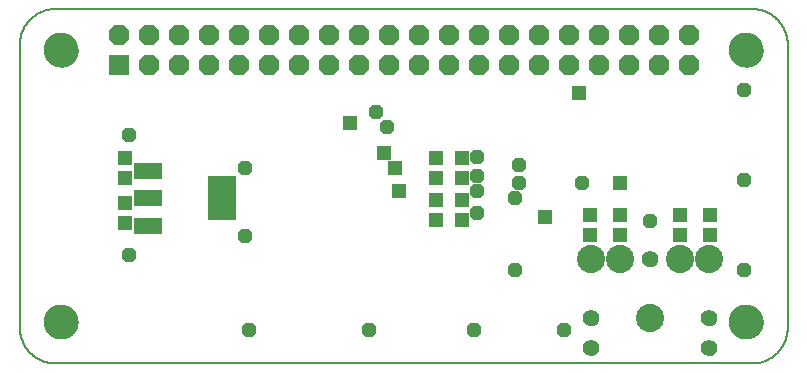
<source format=gbs>
G75*
%MOIN*%
%OFA0B0*%
%FSLAX25Y25*%
%IPPOS*%
%LPD*%
%AMOC8*
5,1,8,0,0,1.08239X$1,22.5*
%
%ADD10C,0.00500*%
%ADD11C,0.00000*%
%ADD12C,0.11627*%
%ADD13R,0.06800X0.06800*%
%ADD14OC8,0.06800*%
%ADD15R,0.09600X0.05600*%
%ADD16R,0.09461X0.14973*%
%ADD17C,0.09400*%
%ADD18C,0.05524*%
%ADD19R,0.04737X0.05131*%
%ADD20R,0.05131X0.04737*%
%ADD21OC8,0.04762*%
%ADD22R,0.04762X0.04762*%
D10*
X0016811Y0011991D02*
X0249094Y0011991D01*
X0249379Y0011994D01*
X0249665Y0012005D01*
X0249950Y0012022D01*
X0250234Y0012046D01*
X0250518Y0012077D01*
X0250801Y0012115D01*
X0251082Y0012160D01*
X0251363Y0012211D01*
X0251643Y0012269D01*
X0251921Y0012334D01*
X0252197Y0012406D01*
X0252471Y0012484D01*
X0252744Y0012569D01*
X0253014Y0012661D01*
X0253282Y0012759D01*
X0253548Y0012863D01*
X0253811Y0012974D01*
X0254071Y0013091D01*
X0254329Y0013214D01*
X0254583Y0013344D01*
X0254834Y0013480D01*
X0255082Y0013621D01*
X0255326Y0013769D01*
X0255567Y0013922D01*
X0255803Y0014082D01*
X0256036Y0014247D01*
X0256265Y0014417D01*
X0256490Y0014593D01*
X0256710Y0014775D01*
X0256926Y0014961D01*
X0257137Y0015153D01*
X0257344Y0015350D01*
X0257546Y0015552D01*
X0257743Y0015759D01*
X0257935Y0015970D01*
X0258121Y0016186D01*
X0258303Y0016406D01*
X0258479Y0016631D01*
X0258649Y0016860D01*
X0258814Y0017093D01*
X0258974Y0017329D01*
X0259127Y0017570D01*
X0259275Y0017814D01*
X0259416Y0018062D01*
X0259552Y0018313D01*
X0259682Y0018567D01*
X0259805Y0018825D01*
X0259922Y0019085D01*
X0260033Y0019348D01*
X0260137Y0019614D01*
X0260235Y0019882D01*
X0260327Y0020152D01*
X0260412Y0020425D01*
X0260490Y0020699D01*
X0260562Y0020975D01*
X0260627Y0021253D01*
X0260685Y0021533D01*
X0260736Y0021814D01*
X0260781Y0022095D01*
X0260819Y0022378D01*
X0260850Y0022662D01*
X0260874Y0022946D01*
X0260891Y0023231D01*
X0260902Y0023517D01*
X0260905Y0023802D01*
X0260906Y0023802D02*
X0260906Y0118290D01*
X0260905Y0118290D02*
X0260902Y0118575D01*
X0260891Y0118861D01*
X0260874Y0119146D01*
X0260850Y0119430D01*
X0260819Y0119714D01*
X0260781Y0119997D01*
X0260736Y0120278D01*
X0260685Y0120559D01*
X0260627Y0120839D01*
X0260562Y0121117D01*
X0260490Y0121393D01*
X0260412Y0121667D01*
X0260327Y0121940D01*
X0260235Y0122210D01*
X0260137Y0122478D01*
X0260033Y0122744D01*
X0259922Y0123007D01*
X0259805Y0123267D01*
X0259682Y0123525D01*
X0259552Y0123779D01*
X0259416Y0124030D01*
X0259275Y0124278D01*
X0259127Y0124522D01*
X0258974Y0124763D01*
X0258814Y0124999D01*
X0258649Y0125232D01*
X0258479Y0125461D01*
X0258303Y0125686D01*
X0258121Y0125906D01*
X0257935Y0126122D01*
X0257743Y0126333D01*
X0257546Y0126540D01*
X0257344Y0126742D01*
X0257137Y0126939D01*
X0256926Y0127131D01*
X0256710Y0127317D01*
X0256490Y0127499D01*
X0256265Y0127675D01*
X0256036Y0127845D01*
X0255803Y0128010D01*
X0255567Y0128170D01*
X0255326Y0128323D01*
X0255082Y0128471D01*
X0254834Y0128612D01*
X0254583Y0128748D01*
X0254329Y0128878D01*
X0254071Y0129001D01*
X0253811Y0129118D01*
X0253548Y0129229D01*
X0253282Y0129333D01*
X0253014Y0129431D01*
X0252744Y0129523D01*
X0252471Y0129608D01*
X0252197Y0129686D01*
X0251921Y0129758D01*
X0251643Y0129823D01*
X0251363Y0129881D01*
X0251082Y0129932D01*
X0250801Y0129977D01*
X0250518Y0130015D01*
X0250234Y0130046D01*
X0249950Y0130070D01*
X0249665Y0130087D01*
X0249379Y0130098D01*
X0249094Y0130101D01*
X0016811Y0130101D01*
X0016526Y0130098D01*
X0016240Y0130087D01*
X0015955Y0130070D01*
X0015671Y0130046D01*
X0015387Y0130015D01*
X0015104Y0129977D01*
X0014823Y0129932D01*
X0014542Y0129881D01*
X0014262Y0129823D01*
X0013984Y0129758D01*
X0013708Y0129686D01*
X0013434Y0129608D01*
X0013161Y0129523D01*
X0012891Y0129431D01*
X0012623Y0129333D01*
X0012357Y0129229D01*
X0012094Y0129118D01*
X0011834Y0129001D01*
X0011576Y0128878D01*
X0011322Y0128748D01*
X0011071Y0128612D01*
X0010823Y0128471D01*
X0010579Y0128323D01*
X0010338Y0128170D01*
X0010102Y0128010D01*
X0009869Y0127845D01*
X0009640Y0127675D01*
X0009415Y0127499D01*
X0009195Y0127317D01*
X0008979Y0127131D01*
X0008768Y0126939D01*
X0008561Y0126742D01*
X0008359Y0126540D01*
X0008162Y0126333D01*
X0007970Y0126122D01*
X0007784Y0125906D01*
X0007602Y0125686D01*
X0007426Y0125461D01*
X0007256Y0125232D01*
X0007091Y0124999D01*
X0006931Y0124763D01*
X0006778Y0124522D01*
X0006630Y0124278D01*
X0006489Y0124030D01*
X0006353Y0123779D01*
X0006223Y0123525D01*
X0006100Y0123267D01*
X0005983Y0123007D01*
X0005872Y0122744D01*
X0005768Y0122478D01*
X0005670Y0122210D01*
X0005578Y0121940D01*
X0005493Y0121667D01*
X0005415Y0121393D01*
X0005343Y0121117D01*
X0005278Y0120839D01*
X0005220Y0120559D01*
X0005169Y0120278D01*
X0005124Y0119997D01*
X0005086Y0119714D01*
X0005055Y0119430D01*
X0005031Y0119146D01*
X0005014Y0118861D01*
X0005003Y0118575D01*
X0005000Y0118290D01*
X0005000Y0023802D01*
X0005003Y0023517D01*
X0005014Y0023231D01*
X0005031Y0022946D01*
X0005055Y0022662D01*
X0005086Y0022378D01*
X0005124Y0022095D01*
X0005169Y0021814D01*
X0005220Y0021533D01*
X0005278Y0021253D01*
X0005343Y0020975D01*
X0005415Y0020699D01*
X0005493Y0020425D01*
X0005578Y0020152D01*
X0005670Y0019882D01*
X0005768Y0019614D01*
X0005872Y0019348D01*
X0005983Y0019085D01*
X0006100Y0018825D01*
X0006223Y0018567D01*
X0006353Y0018313D01*
X0006489Y0018062D01*
X0006630Y0017814D01*
X0006778Y0017570D01*
X0006931Y0017329D01*
X0007091Y0017093D01*
X0007256Y0016860D01*
X0007426Y0016631D01*
X0007602Y0016406D01*
X0007784Y0016186D01*
X0007970Y0015970D01*
X0008162Y0015759D01*
X0008359Y0015552D01*
X0008561Y0015350D01*
X0008768Y0015153D01*
X0008979Y0014961D01*
X0009195Y0014775D01*
X0009415Y0014593D01*
X0009640Y0014417D01*
X0009869Y0014247D01*
X0010102Y0014082D01*
X0010338Y0013922D01*
X0010579Y0013769D01*
X0010823Y0013621D01*
X0011071Y0013480D01*
X0011322Y0013344D01*
X0011576Y0013214D01*
X0011834Y0013091D01*
X0012094Y0012974D01*
X0012357Y0012863D01*
X0012623Y0012759D01*
X0012891Y0012661D01*
X0013161Y0012569D01*
X0013434Y0012484D01*
X0013708Y0012406D01*
X0013984Y0012334D01*
X0014262Y0012269D01*
X0014542Y0012211D01*
X0014823Y0012160D01*
X0015104Y0012115D01*
X0015387Y0012077D01*
X0015671Y0012046D01*
X0015955Y0012022D01*
X0016240Y0012005D01*
X0016526Y0011994D01*
X0016811Y0011991D01*
D11*
X0013367Y0025770D02*
X0013369Y0025917D01*
X0013375Y0026063D01*
X0013385Y0026209D01*
X0013399Y0026355D01*
X0013417Y0026501D01*
X0013438Y0026646D01*
X0013464Y0026790D01*
X0013494Y0026934D01*
X0013527Y0027076D01*
X0013564Y0027218D01*
X0013605Y0027359D01*
X0013650Y0027498D01*
X0013699Y0027637D01*
X0013751Y0027774D01*
X0013808Y0027909D01*
X0013867Y0028043D01*
X0013931Y0028175D01*
X0013998Y0028305D01*
X0014068Y0028434D01*
X0014142Y0028561D01*
X0014219Y0028685D01*
X0014300Y0028808D01*
X0014384Y0028928D01*
X0014471Y0029046D01*
X0014561Y0029161D01*
X0014654Y0029274D01*
X0014751Y0029385D01*
X0014850Y0029493D01*
X0014952Y0029598D01*
X0015057Y0029700D01*
X0015165Y0029799D01*
X0015276Y0029896D01*
X0015389Y0029989D01*
X0015504Y0030079D01*
X0015622Y0030166D01*
X0015742Y0030250D01*
X0015865Y0030331D01*
X0015989Y0030408D01*
X0016116Y0030482D01*
X0016245Y0030552D01*
X0016375Y0030619D01*
X0016507Y0030683D01*
X0016641Y0030742D01*
X0016776Y0030799D01*
X0016913Y0030851D01*
X0017052Y0030900D01*
X0017191Y0030945D01*
X0017332Y0030986D01*
X0017474Y0031023D01*
X0017616Y0031056D01*
X0017760Y0031086D01*
X0017904Y0031112D01*
X0018049Y0031133D01*
X0018195Y0031151D01*
X0018341Y0031165D01*
X0018487Y0031175D01*
X0018633Y0031181D01*
X0018780Y0031183D01*
X0018927Y0031181D01*
X0019073Y0031175D01*
X0019219Y0031165D01*
X0019365Y0031151D01*
X0019511Y0031133D01*
X0019656Y0031112D01*
X0019800Y0031086D01*
X0019944Y0031056D01*
X0020086Y0031023D01*
X0020228Y0030986D01*
X0020369Y0030945D01*
X0020508Y0030900D01*
X0020647Y0030851D01*
X0020784Y0030799D01*
X0020919Y0030742D01*
X0021053Y0030683D01*
X0021185Y0030619D01*
X0021315Y0030552D01*
X0021444Y0030482D01*
X0021571Y0030408D01*
X0021695Y0030331D01*
X0021818Y0030250D01*
X0021938Y0030166D01*
X0022056Y0030079D01*
X0022171Y0029989D01*
X0022284Y0029896D01*
X0022395Y0029799D01*
X0022503Y0029700D01*
X0022608Y0029598D01*
X0022710Y0029493D01*
X0022809Y0029385D01*
X0022906Y0029274D01*
X0022999Y0029161D01*
X0023089Y0029046D01*
X0023176Y0028928D01*
X0023260Y0028808D01*
X0023341Y0028685D01*
X0023418Y0028561D01*
X0023492Y0028434D01*
X0023562Y0028305D01*
X0023629Y0028175D01*
X0023693Y0028043D01*
X0023752Y0027909D01*
X0023809Y0027774D01*
X0023861Y0027637D01*
X0023910Y0027498D01*
X0023955Y0027359D01*
X0023996Y0027218D01*
X0024033Y0027076D01*
X0024066Y0026934D01*
X0024096Y0026790D01*
X0024122Y0026646D01*
X0024143Y0026501D01*
X0024161Y0026355D01*
X0024175Y0026209D01*
X0024185Y0026063D01*
X0024191Y0025917D01*
X0024193Y0025770D01*
X0024191Y0025623D01*
X0024185Y0025477D01*
X0024175Y0025331D01*
X0024161Y0025185D01*
X0024143Y0025039D01*
X0024122Y0024894D01*
X0024096Y0024750D01*
X0024066Y0024606D01*
X0024033Y0024464D01*
X0023996Y0024322D01*
X0023955Y0024181D01*
X0023910Y0024042D01*
X0023861Y0023903D01*
X0023809Y0023766D01*
X0023752Y0023631D01*
X0023693Y0023497D01*
X0023629Y0023365D01*
X0023562Y0023235D01*
X0023492Y0023106D01*
X0023418Y0022979D01*
X0023341Y0022855D01*
X0023260Y0022732D01*
X0023176Y0022612D01*
X0023089Y0022494D01*
X0022999Y0022379D01*
X0022906Y0022266D01*
X0022809Y0022155D01*
X0022710Y0022047D01*
X0022608Y0021942D01*
X0022503Y0021840D01*
X0022395Y0021741D01*
X0022284Y0021644D01*
X0022171Y0021551D01*
X0022056Y0021461D01*
X0021938Y0021374D01*
X0021818Y0021290D01*
X0021695Y0021209D01*
X0021571Y0021132D01*
X0021444Y0021058D01*
X0021315Y0020988D01*
X0021185Y0020921D01*
X0021053Y0020857D01*
X0020919Y0020798D01*
X0020784Y0020741D01*
X0020647Y0020689D01*
X0020508Y0020640D01*
X0020369Y0020595D01*
X0020228Y0020554D01*
X0020086Y0020517D01*
X0019944Y0020484D01*
X0019800Y0020454D01*
X0019656Y0020428D01*
X0019511Y0020407D01*
X0019365Y0020389D01*
X0019219Y0020375D01*
X0019073Y0020365D01*
X0018927Y0020359D01*
X0018780Y0020357D01*
X0018633Y0020359D01*
X0018487Y0020365D01*
X0018341Y0020375D01*
X0018195Y0020389D01*
X0018049Y0020407D01*
X0017904Y0020428D01*
X0017760Y0020454D01*
X0017616Y0020484D01*
X0017474Y0020517D01*
X0017332Y0020554D01*
X0017191Y0020595D01*
X0017052Y0020640D01*
X0016913Y0020689D01*
X0016776Y0020741D01*
X0016641Y0020798D01*
X0016507Y0020857D01*
X0016375Y0020921D01*
X0016245Y0020988D01*
X0016116Y0021058D01*
X0015989Y0021132D01*
X0015865Y0021209D01*
X0015742Y0021290D01*
X0015622Y0021374D01*
X0015504Y0021461D01*
X0015389Y0021551D01*
X0015276Y0021644D01*
X0015165Y0021741D01*
X0015057Y0021840D01*
X0014952Y0021942D01*
X0014850Y0022047D01*
X0014751Y0022155D01*
X0014654Y0022266D01*
X0014561Y0022379D01*
X0014471Y0022494D01*
X0014384Y0022612D01*
X0014300Y0022732D01*
X0014219Y0022855D01*
X0014142Y0022979D01*
X0014068Y0023106D01*
X0013998Y0023235D01*
X0013931Y0023365D01*
X0013867Y0023497D01*
X0013808Y0023631D01*
X0013751Y0023766D01*
X0013699Y0023903D01*
X0013650Y0024042D01*
X0013605Y0024181D01*
X0013564Y0024322D01*
X0013527Y0024464D01*
X0013494Y0024606D01*
X0013464Y0024750D01*
X0013438Y0024894D01*
X0013417Y0025039D01*
X0013399Y0025185D01*
X0013385Y0025331D01*
X0013375Y0025477D01*
X0013369Y0025623D01*
X0013367Y0025770D01*
X0013367Y0116321D02*
X0013369Y0116468D01*
X0013375Y0116614D01*
X0013385Y0116760D01*
X0013399Y0116906D01*
X0013417Y0117052D01*
X0013438Y0117197D01*
X0013464Y0117341D01*
X0013494Y0117485D01*
X0013527Y0117627D01*
X0013564Y0117769D01*
X0013605Y0117910D01*
X0013650Y0118049D01*
X0013699Y0118188D01*
X0013751Y0118325D01*
X0013808Y0118460D01*
X0013867Y0118594D01*
X0013931Y0118726D01*
X0013998Y0118856D01*
X0014068Y0118985D01*
X0014142Y0119112D01*
X0014219Y0119236D01*
X0014300Y0119359D01*
X0014384Y0119479D01*
X0014471Y0119597D01*
X0014561Y0119712D01*
X0014654Y0119825D01*
X0014751Y0119936D01*
X0014850Y0120044D01*
X0014952Y0120149D01*
X0015057Y0120251D01*
X0015165Y0120350D01*
X0015276Y0120447D01*
X0015389Y0120540D01*
X0015504Y0120630D01*
X0015622Y0120717D01*
X0015742Y0120801D01*
X0015865Y0120882D01*
X0015989Y0120959D01*
X0016116Y0121033D01*
X0016245Y0121103D01*
X0016375Y0121170D01*
X0016507Y0121234D01*
X0016641Y0121293D01*
X0016776Y0121350D01*
X0016913Y0121402D01*
X0017052Y0121451D01*
X0017191Y0121496D01*
X0017332Y0121537D01*
X0017474Y0121574D01*
X0017616Y0121607D01*
X0017760Y0121637D01*
X0017904Y0121663D01*
X0018049Y0121684D01*
X0018195Y0121702D01*
X0018341Y0121716D01*
X0018487Y0121726D01*
X0018633Y0121732D01*
X0018780Y0121734D01*
X0018927Y0121732D01*
X0019073Y0121726D01*
X0019219Y0121716D01*
X0019365Y0121702D01*
X0019511Y0121684D01*
X0019656Y0121663D01*
X0019800Y0121637D01*
X0019944Y0121607D01*
X0020086Y0121574D01*
X0020228Y0121537D01*
X0020369Y0121496D01*
X0020508Y0121451D01*
X0020647Y0121402D01*
X0020784Y0121350D01*
X0020919Y0121293D01*
X0021053Y0121234D01*
X0021185Y0121170D01*
X0021315Y0121103D01*
X0021444Y0121033D01*
X0021571Y0120959D01*
X0021695Y0120882D01*
X0021818Y0120801D01*
X0021938Y0120717D01*
X0022056Y0120630D01*
X0022171Y0120540D01*
X0022284Y0120447D01*
X0022395Y0120350D01*
X0022503Y0120251D01*
X0022608Y0120149D01*
X0022710Y0120044D01*
X0022809Y0119936D01*
X0022906Y0119825D01*
X0022999Y0119712D01*
X0023089Y0119597D01*
X0023176Y0119479D01*
X0023260Y0119359D01*
X0023341Y0119236D01*
X0023418Y0119112D01*
X0023492Y0118985D01*
X0023562Y0118856D01*
X0023629Y0118726D01*
X0023693Y0118594D01*
X0023752Y0118460D01*
X0023809Y0118325D01*
X0023861Y0118188D01*
X0023910Y0118049D01*
X0023955Y0117910D01*
X0023996Y0117769D01*
X0024033Y0117627D01*
X0024066Y0117485D01*
X0024096Y0117341D01*
X0024122Y0117197D01*
X0024143Y0117052D01*
X0024161Y0116906D01*
X0024175Y0116760D01*
X0024185Y0116614D01*
X0024191Y0116468D01*
X0024193Y0116321D01*
X0024191Y0116174D01*
X0024185Y0116028D01*
X0024175Y0115882D01*
X0024161Y0115736D01*
X0024143Y0115590D01*
X0024122Y0115445D01*
X0024096Y0115301D01*
X0024066Y0115157D01*
X0024033Y0115015D01*
X0023996Y0114873D01*
X0023955Y0114732D01*
X0023910Y0114593D01*
X0023861Y0114454D01*
X0023809Y0114317D01*
X0023752Y0114182D01*
X0023693Y0114048D01*
X0023629Y0113916D01*
X0023562Y0113786D01*
X0023492Y0113657D01*
X0023418Y0113530D01*
X0023341Y0113406D01*
X0023260Y0113283D01*
X0023176Y0113163D01*
X0023089Y0113045D01*
X0022999Y0112930D01*
X0022906Y0112817D01*
X0022809Y0112706D01*
X0022710Y0112598D01*
X0022608Y0112493D01*
X0022503Y0112391D01*
X0022395Y0112292D01*
X0022284Y0112195D01*
X0022171Y0112102D01*
X0022056Y0112012D01*
X0021938Y0111925D01*
X0021818Y0111841D01*
X0021695Y0111760D01*
X0021571Y0111683D01*
X0021444Y0111609D01*
X0021315Y0111539D01*
X0021185Y0111472D01*
X0021053Y0111408D01*
X0020919Y0111349D01*
X0020784Y0111292D01*
X0020647Y0111240D01*
X0020508Y0111191D01*
X0020369Y0111146D01*
X0020228Y0111105D01*
X0020086Y0111068D01*
X0019944Y0111035D01*
X0019800Y0111005D01*
X0019656Y0110979D01*
X0019511Y0110958D01*
X0019365Y0110940D01*
X0019219Y0110926D01*
X0019073Y0110916D01*
X0018927Y0110910D01*
X0018780Y0110908D01*
X0018633Y0110910D01*
X0018487Y0110916D01*
X0018341Y0110926D01*
X0018195Y0110940D01*
X0018049Y0110958D01*
X0017904Y0110979D01*
X0017760Y0111005D01*
X0017616Y0111035D01*
X0017474Y0111068D01*
X0017332Y0111105D01*
X0017191Y0111146D01*
X0017052Y0111191D01*
X0016913Y0111240D01*
X0016776Y0111292D01*
X0016641Y0111349D01*
X0016507Y0111408D01*
X0016375Y0111472D01*
X0016245Y0111539D01*
X0016116Y0111609D01*
X0015989Y0111683D01*
X0015865Y0111760D01*
X0015742Y0111841D01*
X0015622Y0111925D01*
X0015504Y0112012D01*
X0015389Y0112102D01*
X0015276Y0112195D01*
X0015165Y0112292D01*
X0015057Y0112391D01*
X0014952Y0112493D01*
X0014850Y0112598D01*
X0014751Y0112706D01*
X0014654Y0112817D01*
X0014561Y0112930D01*
X0014471Y0113045D01*
X0014384Y0113163D01*
X0014300Y0113283D01*
X0014219Y0113406D01*
X0014142Y0113530D01*
X0014068Y0113657D01*
X0013998Y0113786D01*
X0013931Y0113916D01*
X0013867Y0114048D01*
X0013808Y0114182D01*
X0013751Y0114317D01*
X0013699Y0114454D01*
X0013650Y0114593D01*
X0013605Y0114732D01*
X0013564Y0114873D01*
X0013527Y0115015D01*
X0013494Y0115157D01*
X0013464Y0115301D01*
X0013438Y0115445D01*
X0013417Y0115590D01*
X0013399Y0115736D01*
X0013385Y0115882D01*
X0013375Y0116028D01*
X0013369Y0116174D01*
X0013367Y0116321D01*
X0192953Y0026991D02*
X0192955Y0027088D01*
X0192961Y0027185D01*
X0192971Y0027281D01*
X0192985Y0027377D01*
X0193003Y0027473D01*
X0193024Y0027567D01*
X0193050Y0027661D01*
X0193079Y0027753D01*
X0193113Y0027844D01*
X0193149Y0027934D01*
X0193190Y0028022D01*
X0193234Y0028108D01*
X0193282Y0028193D01*
X0193333Y0028275D01*
X0193387Y0028356D01*
X0193445Y0028434D01*
X0193506Y0028509D01*
X0193569Y0028582D01*
X0193636Y0028653D01*
X0193706Y0028720D01*
X0193778Y0028785D01*
X0193853Y0028846D01*
X0193931Y0028905D01*
X0194010Y0028960D01*
X0194092Y0029012D01*
X0194176Y0029060D01*
X0194262Y0029105D01*
X0194350Y0029147D01*
X0194439Y0029185D01*
X0194530Y0029219D01*
X0194622Y0029249D01*
X0194715Y0029276D01*
X0194810Y0029298D01*
X0194905Y0029317D01*
X0195001Y0029332D01*
X0195097Y0029343D01*
X0195194Y0029350D01*
X0195291Y0029353D01*
X0195388Y0029352D01*
X0195485Y0029347D01*
X0195581Y0029338D01*
X0195677Y0029325D01*
X0195773Y0029308D01*
X0195868Y0029287D01*
X0195961Y0029263D01*
X0196054Y0029234D01*
X0196146Y0029202D01*
X0196236Y0029166D01*
X0196324Y0029127D01*
X0196411Y0029083D01*
X0196496Y0029037D01*
X0196579Y0028986D01*
X0196660Y0028933D01*
X0196738Y0028876D01*
X0196815Y0028816D01*
X0196888Y0028753D01*
X0196959Y0028687D01*
X0197027Y0028618D01*
X0197093Y0028546D01*
X0197155Y0028472D01*
X0197214Y0028395D01*
X0197270Y0028316D01*
X0197323Y0028234D01*
X0197373Y0028151D01*
X0197418Y0028065D01*
X0197461Y0027978D01*
X0197500Y0027889D01*
X0197535Y0027799D01*
X0197566Y0027707D01*
X0197593Y0027614D01*
X0197617Y0027520D01*
X0197637Y0027425D01*
X0197653Y0027329D01*
X0197665Y0027233D01*
X0197673Y0027136D01*
X0197677Y0027039D01*
X0197677Y0026943D01*
X0197673Y0026846D01*
X0197665Y0026749D01*
X0197653Y0026653D01*
X0197637Y0026557D01*
X0197617Y0026462D01*
X0197593Y0026368D01*
X0197566Y0026275D01*
X0197535Y0026183D01*
X0197500Y0026093D01*
X0197461Y0026004D01*
X0197418Y0025917D01*
X0197373Y0025831D01*
X0197323Y0025748D01*
X0197270Y0025666D01*
X0197214Y0025587D01*
X0197155Y0025510D01*
X0197093Y0025436D01*
X0197027Y0025364D01*
X0196959Y0025295D01*
X0196888Y0025229D01*
X0196815Y0025166D01*
X0196738Y0025106D01*
X0196660Y0025049D01*
X0196579Y0024996D01*
X0196496Y0024945D01*
X0196411Y0024899D01*
X0196324Y0024855D01*
X0196236Y0024816D01*
X0196146Y0024780D01*
X0196054Y0024748D01*
X0195961Y0024719D01*
X0195868Y0024695D01*
X0195773Y0024674D01*
X0195677Y0024657D01*
X0195581Y0024644D01*
X0195485Y0024635D01*
X0195388Y0024630D01*
X0195291Y0024629D01*
X0195194Y0024632D01*
X0195097Y0024639D01*
X0195001Y0024650D01*
X0194905Y0024665D01*
X0194810Y0024684D01*
X0194715Y0024706D01*
X0194622Y0024733D01*
X0194530Y0024763D01*
X0194439Y0024797D01*
X0194350Y0024835D01*
X0194262Y0024877D01*
X0194176Y0024922D01*
X0194092Y0024970D01*
X0194010Y0025022D01*
X0193931Y0025077D01*
X0193853Y0025136D01*
X0193778Y0025197D01*
X0193706Y0025262D01*
X0193636Y0025329D01*
X0193569Y0025400D01*
X0193506Y0025473D01*
X0193445Y0025548D01*
X0193387Y0025626D01*
X0193333Y0025707D01*
X0193282Y0025789D01*
X0193234Y0025874D01*
X0193190Y0025960D01*
X0193149Y0026048D01*
X0193113Y0026138D01*
X0193079Y0026229D01*
X0193050Y0026321D01*
X0193024Y0026415D01*
X0193003Y0026509D01*
X0192985Y0026605D01*
X0192971Y0026701D01*
X0192961Y0026797D01*
X0192955Y0026894D01*
X0192953Y0026991D01*
X0192953Y0017148D02*
X0192955Y0017245D01*
X0192961Y0017342D01*
X0192971Y0017438D01*
X0192985Y0017534D01*
X0193003Y0017630D01*
X0193024Y0017724D01*
X0193050Y0017818D01*
X0193079Y0017910D01*
X0193113Y0018001D01*
X0193149Y0018091D01*
X0193190Y0018179D01*
X0193234Y0018265D01*
X0193282Y0018350D01*
X0193333Y0018432D01*
X0193387Y0018513D01*
X0193445Y0018591D01*
X0193506Y0018666D01*
X0193569Y0018739D01*
X0193636Y0018810D01*
X0193706Y0018877D01*
X0193778Y0018942D01*
X0193853Y0019003D01*
X0193931Y0019062D01*
X0194010Y0019117D01*
X0194092Y0019169D01*
X0194176Y0019217D01*
X0194262Y0019262D01*
X0194350Y0019304D01*
X0194439Y0019342D01*
X0194530Y0019376D01*
X0194622Y0019406D01*
X0194715Y0019433D01*
X0194810Y0019455D01*
X0194905Y0019474D01*
X0195001Y0019489D01*
X0195097Y0019500D01*
X0195194Y0019507D01*
X0195291Y0019510D01*
X0195388Y0019509D01*
X0195485Y0019504D01*
X0195581Y0019495D01*
X0195677Y0019482D01*
X0195773Y0019465D01*
X0195868Y0019444D01*
X0195961Y0019420D01*
X0196054Y0019391D01*
X0196146Y0019359D01*
X0196236Y0019323D01*
X0196324Y0019284D01*
X0196411Y0019240D01*
X0196496Y0019194D01*
X0196579Y0019143D01*
X0196660Y0019090D01*
X0196738Y0019033D01*
X0196815Y0018973D01*
X0196888Y0018910D01*
X0196959Y0018844D01*
X0197027Y0018775D01*
X0197093Y0018703D01*
X0197155Y0018629D01*
X0197214Y0018552D01*
X0197270Y0018473D01*
X0197323Y0018391D01*
X0197373Y0018308D01*
X0197418Y0018222D01*
X0197461Y0018135D01*
X0197500Y0018046D01*
X0197535Y0017956D01*
X0197566Y0017864D01*
X0197593Y0017771D01*
X0197617Y0017677D01*
X0197637Y0017582D01*
X0197653Y0017486D01*
X0197665Y0017390D01*
X0197673Y0017293D01*
X0197677Y0017196D01*
X0197677Y0017100D01*
X0197673Y0017003D01*
X0197665Y0016906D01*
X0197653Y0016810D01*
X0197637Y0016714D01*
X0197617Y0016619D01*
X0197593Y0016525D01*
X0197566Y0016432D01*
X0197535Y0016340D01*
X0197500Y0016250D01*
X0197461Y0016161D01*
X0197418Y0016074D01*
X0197373Y0015988D01*
X0197323Y0015905D01*
X0197270Y0015823D01*
X0197214Y0015744D01*
X0197155Y0015667D01*
X0197093Y0015593D01*
X0197027Y0015521D01*
X0196959Y0015452D01*
X0196888Y0015386D01*
X0196815Y0015323D01*
X0196738Y0015263D01*
X0196660Y0015206D01*
X0196579Y0015153D01*
X0196496Y0015102D01*
X0196411Y0015056D01*
X0196324Y0015012D01*
X0196236Y0014973D01*
X0196146Y0014937D01*
X0196054Y0014905D01*
X0195961Y0014876D01*
X0195868Y0014852D01*
X0195773Y0014831D01*
X0195677Y0014814D01*
X0195581Y0014801D01*
X0195485Y0014792D01*
X0195388Y0014787D01*
X0195291Y0014786D01*
X0195194Y0014789D01*
X0195097Y0014796D01*
X0195001Y0014807D01*
X0194905Y0014822D01*
X0194810Y0014841D01*
X0194715Y0014863D01*
X0194622Y0014890D01*
X0194530Y0014920D01*
X0194439Y0014954D01*
X0194350Y0014992D01*
X0194262Y0015034D01*
X0194176Y0015079D01*
X0194092Y0015127D01*
X0194010Y0015179D01*
X0193931Y0015234D01*
X0193853Y0015293D01*
X0193778Y0015354D01*
X0193706Y0015419D01*
X0193636Y0015486D01*
X0193569Y0015557D01*
X0193506Y0015630D01*
X0193445Y0015705D01*
X0193387Y0015783D01*
X0193333Y0015864D01*
X0193282Y0015946D01*
X0193234Y0016031D01*
X0193190Y0016117D01*
X0193149Y0016205D01*
X0193113Y0016295D01*
X0193079Y0016386D01*
X0193050Y0016478D01*
X0193024Y0016572D01*
X0193003Y0016666D01*
X0192985Y0016762D01*
X0192971Y0016858D01*
X0192961Y0016954D01*
X0192955Y0017051D01*
X0192953Y0017148D01*
X0232323Y0017148D02*
X0232325Y0017245D01*
X0232331Y0017342D01*
X0232341Y0017438D01*
X0232355Y0017534D01*
X0232373Y0017630D01*
X0232394Y0017724D01*
X0232420Y0017818D01*
X0232449Y0017910D01*
X0232483Y0018001D01*
X0232519Y0018091D01*
X0232560Y0018179D01*
X0232604Y0018265D01*
X0232652Y0018350D01*
X0232703Y0018432D01*
X0232757Y0018513D01*
X0232815Y0018591D01*
X0232876Y0018666D01*
X0232939Y0018739D01*
X0233006Y0018810D01*
X0233076Y0018877D01*
X0233148Y0018942D01*
X0233223Y0019003D01*
X0233301Y0019062D01*
X0233380Y0019117D01*
X0233462Y0019169D01*
X0233546Y0019217D01*
X0233632Y0019262D01*
X0233720Y0019304D01*
X0233809Y0019342D01*
X0233900Y0019376D01*
X0233992Y0019406D01*
X0234085Y0019433D01*
X0234180Y0019455D01*
X0234275Y0019474D01*
X0234371Y0019489D01*
X0234467Y0019500D01*
X0234564Y0019507D01*
X0234661Y0019510D01*
X0234758Y0019509D01*
X0234855Y0019504D01*
X0234951Y0019495D01*
X0235047Y0019482D01*
X0235143Y0019465D01*
X0235238Y0019444D01*
X0235331Y0019420D01*
X0235424Y0019391D01*
X0235516Y0019359D01*
X0235606Y0019323D01*
X0235694Y0019284D01*
X0235781Y0019240D01*
X0235866Y0019194D01*
X0235949Y0019143D01*
X0236030Y0019090D01*
X0236108Y0019033D01*
X0236185Y0018973D01*
X0236258Y0018910D01*
X0236329Y0018844D01*
X0236397Y0018775D01*
X0236463Y0018703D01*
X0236525Y0018629D01*
X0236584Y0018552D01*
X0236640Y0018473D01*
X0236693Y0018391D01*
X0236743Y0018308D01*
X0236788Y0018222D01*
X0236831Y0018135D01*
X0236870Y0018046D01*
X0236905Y0017956D01*
X0236936Y0017864D01*
X0236963Y0017771D01*
X0236987Y0017677D01*
X0237007Y0017582D01*
X0237023Y0017486D01*
X0237035Y0017390D01*
X0237043Y0017293D01*
X0237047Y0017196D01*
X0237047Y0017100D01*
X0237043Y0017003D01*
X0237035Y0016906D01*
X0237023Y0016810D01*
X0237007Y0016714D01*
X0236987Y0016619D01*
X0236963Y0016525D01*
X0236936Y0016432D01*
X0236905Y0016340D01*
X0236870Y0016250D01*
X0236831Y0016161D01*
X0236788Y0016074D01*
X0236743Y0015988D01*
X0236693Y0015905D01*
X0236640Y0015823D01*
X0236584Y0015744D01*
X0236525Y0015667D01*
X0236463Y0015593D01*
X0236397Y0015521D01*
X0236329Y0015452D01*
X0236258Y0015386D01*
X0236185Y0015323D01*
X0236108Y0015263D01*
X0236030Y0015206D01*
X0235949Y0015153D01*
X0235866Y0015102D01*
X0235781Y0015056D01*
X0235694Y0015012D01*
X0235606Y0014973D01*
X0235516Y0014937D01*
X0235424Y0014905D01*
X0235331Y0014876D01*
X0235238Y0014852D01*
X0235143Y0014831D01*
X0235047Y0014814D01*
X0234951Y0014801D01*
X0234855Y0014792D01*
X0234758Y0014787D01*
X0234661Y0014786D01*
X0234564Y0014789D01*
X0234467Y0014796D01*
X0234371Y0014807D01*
X0234275Y0014822D01*
X0234180Y0014841D01*
X0234085Y0014863D01*
X0233992Y0014890D01*
X0233900Y0014920D01*
X0233809Y0014954D01*
X0233720Y0014992D01*
X0233632Y0015034D01*
X0233546Y0015079D01*
X0233462Y0015127D01*
X0233380Y0015179D01*
X0233301Y0015234D01*
X0233223Y0015293D01*
X0233148Y0015354D01*
X0233076Y0015419D01*
X0233006Y0015486D01*
X0232939Y0015557D01*
X0232876Y0015630D01*
X0232815Y0015705D01*
X0232757Y0015783D01*
X0232703Y0015864D01*
X0232652Y0015946D01*
X0232604Y0016031D01*
X0232560Y0016117D01*
X0232519Y0016205D01*
X0232483Y0016295D01*
X0232449Y0016386D01*
X0232420Y0016478D01*
X0232394Y0016572D01*
X0232373Y0016666D01*
X0232355Y0016762D01*
X0232341Y0016858D01*
X0232331Y0016954D01*
X0232325Y0017051D01*
X0232323Y0017148D01*
X0241713Y0025770D02*
X0241715Y0025917D01*
X0241721Y0026063D01*
X0241731Y0026209D01*
X0241745Y0026355D01*
X0241763Y0026501D01*
X0241784Y0026646D01*
X0241810Y0026790D01*
X0241840Y0026934D01*
X0241873Y0027076D01*
X0241910Y0027218D01*
X0241951Y0027359D01*
X0241996Y0027498D01*
X0242045Y0027637D01*
X0242097Y0027774D01*
X0242154Y0027909D01*
X0242213Y0028043D01*
X0242277Y0028175D01*
X0242344Y0028305D01*
X0242414Y0028434D01*
X0242488Y0028561D01*
X0242565Y0028685D01*
X0242646Y0028808D01*
X0242730Y0028928D01*
X0242817Y0029046D01*
X0242907Y0029161D01*
X0243000Y0029274D01*
X0243097Y0029385D01*
X0243196Y0029493D01*
X0243298Y0029598D01*
X0243403Y0029700D01*
X0243511Y0029799D01*
X0243622Y0029896D01*
X0243735Y0029989D01*
X0243850Y0030079D01*
X0243968Y0030166D01*
X0244088Y0030250D01*
X0244211Y0030331D01*
X0244335Y0030408D01*
X0244462Y0030482D01*
X0244591Y0030552D01*
X0244721Y0030619D01*
X0244853Y0030683D01*
X0244987Y0030742D01*
X0245122Y0030799D01*
X0245259Y0030851D01*
X0245398Y0030900D01*
X0245537Y0030945D01*
X0245678Y0030986D01*
X0245820Y0031023D01*
X0245962Y0031056D01*
X0246106Y0031086D01*
X0246250Y0031112D01*
X0246395Y0031133D01*
X0246541Y0031151D01*
X0246687Y0031165D01*
X0246833Y0031175D01*
X0246979Y0031181D01*
X0247126Y0031183D01*
X0247273Y0031181D01*
X0247419Y0031175D01*
X0247565Y0031165D01*
X0247711Y0031151D01*
X0247857Y0031133D01*
X0248002Y0031112D01*
X0248146Y0031086D01*
X0248290Y0031056D01*
X0248432Y0031023D01*
X0248574Y0030986D01*
X0248715Y0030945D01*
X0248854Y0030900D01*
X0248993Y0030851D01*
X0249130Y0030799D01*
X0249265Y0030742D01*
X0249399Y0030683D01*
X0249531Y0030619D01*
X0249661Y0030552D01*
X0249790Y0030482D01*
X0249917Y0030408D01*
X0250041Y0030331D01*
X0250164Y0030250D01*
X0250284Y0030166D01*
X0250402Y0030079D01*
X0250517Y0029989D01*
X0250630Y0029896D01*
X0250741Y0029799D01*
X0250849Y0029700D01*
X0250954Y0029598D01*
X0251056Y0029493D01*
X0251155Y0029385D01*
X0251252Y0029274D01*
X0251345Y0029161D01*
X0251435Y0029046D01*
X0251522Y0028928D01*
X0251606Y0028808D01*
X0251687Y0028685D01*
X0251764Y0028561D01*
X0251838Y0028434D01*
X0251908Y0028305D01*
X0251975Y0028175D01*
X0252039Y0028043D01*
X0252098Y0027909D01*
X0252155Y0027774D01*
X0252207Y0027637D01*
X0252256Y0027498D01*
X0252301Y0027359D01*
X0252342Y0027218D01*
X0252379Y0027076D01*
X0252412Y0026934D01*
X0252442Y0026790D01*
X0252468Y0026646D01*
X0252489Y0026501D01*
X0252507Y0026355D01*
X0252521Y0026209D01*
X0252531Y0026063D01*
X0252537Y0025917D01*
X0252539Y0025770D01*
X0252537Y0025623D01*
X0252531Y0025477D01*
X0252521Y0025331D01*
X0252507Y0025185D01*
X0252489Y0025039D01*
X0252468Y0024894D01*
X0252442Y0024750D01*
X0252412Y0024606D01*
X0252379Y0024464D01*
X0252342Y0024322D01*
X0252301Y0024181D01*
X0252256Y0024042D01*
X0252207Y0023903D01*
X0252155Y0023766D01*
X0252098Y0023631D01*
X0252039Y0023497D01*
X0251975Y0023365D01*
X0251908Y0023235D01*
X0251838Y0023106D01*
X0251764Y0022979D01*
X0251687Y0022855D01*
X0251606Y0022732D01*
X0251522Y0022612D01*
X0251435Y0022494D01*
X0251345Y0022379D01*
X0251252Y0022266D01*
X0251155Y0022155D01*
X0251056Y0022047D01*
X0250954Y0021942D01*
X0250849Y0021840D01*
X0250741Y0021741D01*
X0250630Y0021644D01*
X0250517Y0021551D01*
X0250402Y0021461D01*
X0250284Y0021374D01*
X0250164Y0021290D01*
X0250041Y0021209D01*
X0249917Y0021132D01*
X0249790Y0021058D01*
X0249661Y0020988D01*
X0249531Y0020921D01*
X0249399Y0020857D01*
X0249265Y0020798D01*
X0249130Y0020741D01*
X0248993Y0020689D01*
X0248854Y0020640D01*
X0248715Y0020595D01*
X0248574Y0020554D01*
X0248432Y0020517D01*
X0248290Y0020484D01*
X0248146Y0020454D01*
X0248002Y0020428D01*
X0247857Y0020407D01*
X0247711Y0020389D01*
X0247565Y0020375D01*
X0247419Y0020365D01*
X0247273Y0020359D01*
X0247126Y0020357D01*
X0246979Y0020359D01*
X0246833Y0020365D01*
X0246687Y0020375D01*
X0246541Y0020389D01*
X0246395Y0020407D01*
X0246250Y0020428D01*
X0246106Y0020454D01*
X0245962Y0020484D01*
X0245820Y0020517D01*
X0245678Y0020554D01*
X0245537Y0020595D01*
X0245398Y0020640D01*
X0245259Y0020689D01*
X0245122Y0020741D01*
X0244987Y0020798D01*
X0244853Y0020857D01*
X0244721Y0020921D01*
X0244591Y0020988D01*
X0244462Y0021058D01*
X0244335Y0021132D01*
X0244211Y0021209D01*
X0244088Y0021290D01*
X0243968Y0021374D01*
X0243850Y0021461D01*
X0243735Y0021551D01*
X0243622Y0021644D01*
X0243511Y0021741D01*
X0243403Y0021840D01*
X0243298Y0021942D01*
X0243196Y0022047D01*
X0243097Y0022155D01*
X0243000Y0022266D01*
X0242907Y0022379D01*
X0242817Y0022494D01*
X0242730Y0022612D01*
X0242646Y0022732D01*
X0242565Y0022855D01*
X0242488Y0022979D01*
X0242414Y0023106D01*
X0242344Y0023235D01*
X0242277Y0023365D01*
X0242213Y0023497D01*
X0242154Y0023631D01*
X0242097Y0023766D01*
X0242045Y0023903D01*
X0241996Y0024042D01*
X0241951Y0024181D01*
X0241910Y0024322D01*
X0241873Y0024464D01*
X0241840Y0024606D01*
X0241810Y0024750D01*
X0241784Y0024894D01*
X0241763Y0025039D01*
X0241745Y0025185D01*
X0241731Y0025331D01*
X0241721Y0025477D01*
X0241715Y0025623D01*
X0241713Y0025770D01*
X0232323Y0026991D02*
X0232325Y0027088D01*
X0232331Y0027185D01*
X0232341Y0027281D01*
X0232355Y0027377D01*
X0232373Y0027473D01*
X0232394Y0027567D01*
X0232420Y0027661D01*
X0232449Y0027753D01*
X0232483Y0027844D01*
X0232519Y0027934D01*
X0232560Y0028022D01*
X0232604Y0028108D01*
X0232652Y0028193D01*
X0232703Y0028275D01*
X0232757Y0028356D01*
X0232815Y0028434D01*
X0232876Y0028509D01*
X0232939Y0028582D01*
X0233006Y0028653D01*
X0233076Y0028720D01*
X0233148Y0028785D01*
X0233223Y0028846D01*
X0233301Y0028905D01*
X0233380Y0028960D01*
X0233462Y0029012D01*
X0233546Y0029060D01*
X0233632Y0029105D01*
X0233720Y0029147D01*
X0233809Y0029185D01*
X0233900Y0029219D01*
X0233992Y0029249D01*
X0234085Y0029276D01*
X0234180Y0029298D01*
X0234275Y0029317D01*
X0234371Y0029332D01*
X0234467Y0029343D01*
X0234564Y0029350D01*
X0234661Y0029353D01*
X0234758Y0029352D01*
X0234855Y0029347D01*
X0234951Y0029338D01*
X0235047Y0029325D01*
X0235143Y0029308D01*
X0235238Y0029287D01*
X0235331Y0029263D01*
X0235424Y0029234D01*
X0235516Y0029202D01*
X0235606Y0029166D01*
X0235694Y0029127D01*
X0235781Y0029083D01*
X0235866Y0029037D01*
X0235949Y0028986D01*
X0236030Y0028933D01*
X0236108Y0028876D01*
X0236185Y0028816D01*
X0236258Y0028753D01*
X0236329Y0028687D01*
X0236397Y0028618D01*
X0236463Y0028546D01*
X0236525Y0028472D01*
X0236584Y0028395D01*
X0236640Y0028316D01*
X0236693Y0028234D01*
X0236743Y0028151D01*
X0236788Y0028065D01*
X0236831Y0027978D01*
X0236870Y0027889D01*
X0236905Y0027799D01*
X0236936Y0027707D01*
X0236963Y0027614D01*
X0236987Y0027520D01*
X0237007Y0027425D01*
X0237023Y0027329D01*
X0237035Y0027233D01*
X0237043Y0027136D01*
X0237047Y0027039D01*
X0237047Y0026943D01*
X0237043Y0026846D01*
X0237035Y0026749D01*
X0237023Y0026653D01*
X0237007Y0026557D01*
X0236987Y0026462D01*
X0236963Y0026368D01*
X0236936Y0026275D01*
X0236905Y0026183D01*
X0236870Y0026093D01*
X0236831Y0026004D01*
X0236788Y0025917D01*
X0236743Y0025831D01*
X0236693Y0025748D01*
X0236640Y0025666D01*
X0236584Y0025587D01*
X0236525Y0025510D01*
X0236463Y0025436D01*
X0236397Y0025364D01*
X0236329Y0025295D01*
X0236258Y0025229D01*
X0236185Y0025166D01*
X0236108Y0025106D01*
X0236030Y0025049D01*
X0235949Y0024996D01*
X0235866Y0024945D01*
X0235781Y0024899D01*
X0235694Y0024855D01*
X0235606Y0024816D01*
X0235516Y0024780D01*
X0235424Y0024748D01*
X0235331Y0024719D01*
X0235238Y0024695D01*
X0235143Y0024674D01*
X0235047Y0024657D01*
X0234951Y0024644D01*
X0234855Y0024635D01*
X0234758Y0024630D01*
X0234661Y0024629D01*
X0234564Y0024632D01*
X0234467Y0024639D01*
X0234371Y0024650D01*
X0234275Y0024665D01*
X0234180Y0024684D01*
X0234085Y0024706D01*
X0233992Y0024733D01*
X0233900Y0024763D01*
X0233809Y0024797D01*
X0233720Y0024835D01*
X0233632Y0024877D01*
X0233546Y0024922D01*
X0233462Y0024970D01*
X0233380Y0025022D01*
X0233301Y0025077D01*
X0233223Y0025136D01*
X0233148Y0025197D01*
X0233076Y0025262D01*
X0233006Y0025329D01*
X0232939Y0025400D01*
X0232876Y0025473D01*
X0232815Y0025548D01*
X0232757Y0025626D01*
X0232703Y0025707D01*
X0232652Y0025789D01*
X0232604Y0025874D01*
X0232560Y0025960D01*
X0232519Y0026048D01*
X0232483Y0026138D01*
X0232449Y0026229D01*
X0232420Y0026321D01*
X0232394Y0026415D01*
X0232373Y0026509D01*
X0232355Y0026605D01*
X0232341Y0026701D01*
X0232331Y0026797D01*
X0232325Y0026894D01*
X0232323Y0026991D01*
X0212638Y0046676D02*
X0212640Y0046773D01*
X0212646Y0046870D01*
X0212656Y0046966D01*
X0212670Y0047062D01*
X0212688Y0047158D01*
X0212709Y0047252D01*
X0212735Y0047346D01*
X0212764Y0047438D01*
X0212798Y0047529D01*
X0212834Y0047619D01*
X0212875Y0047707D01*
X0212919Y0047793D01*
X0212967Y0047878D01*
X0213018Y0047960D01*
X0213072Y0048041D01*
X0213130Y0048119D01*
X0213191Y0048194D01*
X0213254Y0048267D01*
X0213321Y0048338D01*
X0213391Y0048405D01*
X0213463Y0048470D01*
X0213538Y0048531D01*
X0213616Y0048590D01*
X0213695Y0048645D01*
X0213777Y0048697D01*
X0213861Y0048745D01*
X0213947Y0048790D01*
X0214035Y0048832D01*
X0214124Y0048870D01*
X0214215Y0048904D01*
X0214307Y0048934D01*
X0214400Y0048961D01*
X0214495Y0048983D01*
X0214590Y0049002D01*
X0214686Y0049017D01*
X0214782Y0049028D01*
X0214879Y0049035D01*
X0214976Y0049038D01*
X0215073Y0049037D01*
X0215170Y0049032D01*
X0215266Y0049023D01*
X0215362Y0049010D01*
X0215458Y0048993D01*
X0215553Y0048972D01*
X0215646Y0048948D01*
X0215739Y0048919D01*
X0215831Y0048887D01*
X0215921Y0048851D01*
X0216009Y0048812D01*
X0216096Y0048768D01*
X0216181Y0048722D01*
X0216264Y0048671D01*
X0216345Y0048618D01*
X0216423Y0048561D01*
X0216500Y0048501D01*
X0216573Y0048438D01*
X0216644Y0048372D01*
X0216712Y0048303D01*
X0216778Y0048231D01*
X0216840Y0048157D01*
X0216899Y0048080D01*
X0216955Y0048001D01*
X0217008Y0047919D01*
X0217058Y0047836D01*
X0217103Y0047750D01*
X0217146Y0047663D01*
X0217185Y0047574D01*
X0217220Y0047484D01*
X0217251Y0047392D01*
X0217278Y0047299D01*
X0217302Y0047205D01*
X0217322Y0047110D01*
X0217338Y0047014D01*
X0217350Y0046918D01*
X0217358Y0046821D01*
X0217362Y0046724D01*
X0217362Y0046628D01*
X0217358Y0046531D01*
X0217350Y0046434D01*
X0217338Y0046338D01*
X0217322Y0046242D01*
X0217302Y0046147D01*
X0217278Y0046053D01*
X0217251Y0045960D01*
X0217220Y0045868D01*
X0217185Y0045778D01*
X0217146Y0045689D01*
X0217103Y0045602D01*
X0217058Y0045516D01*
X0217008Y0045433D01*
X0216955Y0045351D01*
X0216899Y0045272D01*
X0216840Y0045195D01*
X0216778Y0045121D01*
X0216712Y0045049D01*
X0216644Y0044980D01*
X0216573Y0044914D01*
X0216500Y0044851D01*
X0216423Y0044791D01*
X0216345Y0044734D01*
X0216264Y0044681D01*
X0216181Y0044630D01*
X0216096Y0044584D01*
X0216009Y0044540D01*
X0215921Y0044501D01*
X0215831Y0044465D01*
X0215739Y0044433D01*
X0215646Y0044404D01*
X0215553Y0044380D01*
X0215458Y0044359D01*
X0215362Y0044342D01*
X0215266Y0044329D01*
X0215170Y0044320D01*
X0215073Y0044315D01*
X0214976Y0044314D01*
X0214879Y0044317D01*
X0214782Y0044324D01*
X0214686Y0044335D01*
X0214590Y0044350D01*
X0214495Y0044369D01*
X0214400Y0044391D01*
X0214307Y0044418D01*
X0214215Y0044448D01*
X0214124Y0044482D01*
X0214035Y0044520D01*
X0213947Y0044562D01*
X0213861Y0044607D01*
X0213777Y0044655D01*
X0213695Y0044707D01*
X0213616Y0044762D01*
X0213538Y0044821D01*
X0213463Y0044882D01*
X0213391Y0044947D01*
X0213321Y0045014D01*
X0213254Y0045085D01*
X0213191Y0045158D01*
X0213130Y0045233D01*
X0213072Y0045311D01*
X0213018Y0045392D01*
X0212967Y0045474D01*
X0212919Y0045559D01*
X0212875Y0045645D01*
X0212834Y0045733D01*
X0212798Y0045823D01*
X0212764Y0045914D01*
X0212735Y0046006D01*
X0212709Y0046100D01*
X0212688Y0046194D01*
X0212670Y0046290D01*
X0212656Y0046386D01*
X0212646Y0046482D01*
X0212640Y0046579D01*
X0212638Y0046676D01*
X0241713Y0116321D02*
X0241715Y0116468D01*
X0241721Y0116614D01*
X0241731Y0116760D01*
X0241745Y0116906D01*
X0241763Y0117052D01*
X0241784Y0117197D01*
X0241810Y0117341D01*
X0241840Y0117485D01*
X0241873Y0117627D01*
X0241910Y0117769D01*
X0241951Y0117910D01*
X0241996Y0118049D01*
X0242045Y0118188D01*
X0242097Y0118325D01*
X0242154Y0118460D01*
X0242213Y0118594D01*
X0242277Y0118726D01*
X0242344Y0118856D01*
X0242414Y0118985D01*
X0242488Y0119112D01*
X0242565Y0119236D01*
X0242646Y0119359D01*
X0242730Y0119479D01*
X0242817Y0119597D01*
X0242907Y0119712D01*
X0243000Y0119825D01*
X0243097Y0119936D01*
X0243196Y0120044D01*
X0243298Y0120149D01*
X0243403Y0120251D01*
X0243511Y0120350D01*
X0243622Y0120447D01*
X0243735Y0120540D01*
X0243850Y0120630D01*
X0243968Y0120717D01*
X0244088Y0120801D01*
X0244211Y0120882D01*
X0244335Y0120959D01*
X0244462Y0121033D01*
X0244591Y0121103D01*
X0244721Y0121170D01*
X0244853Y0121234D01*
X0244987Y0121293D01*
X0245122Y0121350D01*
X0245259Y0121402D01*
X0245398Y0121451D01*
X0245537Y0121496D01*
X0245678Y0121537D01*
X0245820Y0121574D01*
X0245962Y0121607D01*
X0246106Y0121637D01*
X0246250Y0121663D01*
X0246395Y0121684D01*
X0246541Y0121702D01*
X0246687Y0121716D01*
X0246833Y0121726D01*
X0246979Y0121732D01*
X0247126Y0121734D01*
X0247273Y0121732D01*
X0247419Y0121726D01*
X0247565Y0121716D01*
X0247711Y0121702D01*
X0247857Y0121684D01*
X0248002Y0121663D01*
X0248146Y0121637D01*
X0248290Y0121607D01*
X0248432Y0121574D01*
X0248574Y0121537D01*
X0248715Y0121496D01*
X0248854Y0121451D01*
X0248993Y0121402D01*
X0249130Y0121350D01*
X0249265Y0121293D01*
X0249399Y0121234D01*
X0249531Y0121170D01*
X0249661Y0121103D01*
X0249790Y0121033D01*
X0249917Y0120959D01*
X0250041Y0120882D01*
X0250164Y0120801D01*
X0250284Y0120717D01*
X0250402Y0120630D01*
X0250517Y0120540D01*
X0250630Y0120447D01*
X0250741Y0120350D01*
X0250849Y0120251D01*
X0250954Y0120149D01*
X0251056Y0120044D01*
X0251155Y0119936D01*
X0251252Y0119825D01*
X0251345Y0119712D01*
X0251435Y0119597D01*
X0251522Y0119479D01*
X0251606Y0119359D01*
X0251687Y0119236D01*
X0251764Y0119112D01*
X0251838Y0118985D01*
X0251908Y0118856D01*
X0251975Y0118726D01*
X0252039Y0118594D01*
X0252098Y0118460D01*
X0252155Y0118325D01*
X0252207Y0118188D01*
X0252256Y0118049D01*
X0252301Y0117910D01*
X0252342Y0117769D01*
X0252379Y0117627D01*
X0252412Y0117485D01*
X0252442Y0117341D01*
X0252468Y0117197D01*
X0252489Y0117052D01*
X0252507Y0116906D01*
X0252521Y0116760D01*
X0252531Y0116614D01*
X0252537Y0116468D01*
X0252539Y0116321D01*
X0252537Y0116174D01*
X0252531Y0116028D01*
X0252521Y0115882D01*
X0252507Y0115736D01*
X0252489Y0115590D01*
X0252468Y0115445D01*
X0252442Y0115301D01*
X0252412Y0115157D01*
X0252379Y0115015D01*
X0252342Y0114873D01*
X0252301Y0114732D01*
X0252256Y0114593D01*
X0252207Y0114454D01*
X0252155Y0114317D01*
X0252098Y0114182D01*
X0252039Y0114048D01*
X0251975Y0113916D01*
X0251908Y0113786D01*
X0251838Y0113657D01*
X0251764Y0113530D01*
X0251687Y0113406D01*
X0251606Y0113283D01*
X0251522Y0113163D01*
X0251435Y0113045D01*
X0251345Y0112930D01*
X0251252Y0112817D01*
X0251155Y0112706D01*
X0251056Y0112598D01*
X0250954Y0112493D01*
X0250849Y0112391D01*
X0250741Y0112292D01*
X0250630Y0112195D01*
X0250517Y0112102D01*
X0250402Y0112012D01*
X0250284Y0111925D01*
X0250164Y0111841D01*
X0250041Y0111760D01*
X0249917Y0111683D01*
X0249790Y0111609D01*
X0249661Y0111539D01*
X0249531Y0111472D01*
X0249399Y0111408D01*
X0249265Y0111349D01*
X0249130Y0111292D01*
X0248993Y0111240D01*
X0248854Y0111191D01*
X0248715Y0111146D01*
X0248574Y0111105D01*
X0248432Y0111068D01*
X0248290Y0111035D01*
X0248146Y0111005D01*
X0248002Y0110979D01*
X0247857Y0110958D01*
X0247711Y0110940D01*
X0247565Y0110926D01*
X0247419Y0110916D01*
X0247273Y0110910D01*
X0247126Y0110908D01*
X0246979Y0110910D01*
X0246833Y0110916D01*
X0246687Y0110926D01*
X0246541Y0110940D01*
X0246395Y0110958D01*
X0246250Y0110979D01*
X0246106Y0111005D01*
X0245962Y0111035D01*
X0245820Y0111068D01*
X0245678Y0111105D01*
X0245537Y0111146D01*
X0245398Y0111191D01*
X0245259Y0111240D01*
X0245122Y0111292D01*
X0244987Y0111349D01*
X0244853Y0111408D01*
X0244721Y0111472D01*
X0244591Y0111539D01*
X0244462Y0111609D01*
X0244335Y0111683D01*
X0244211Y0111760D01*
X0244088Y0111841D01*
X0243968Y0111925D01*
X0243850Y0112012D01*
X0243735Y0112102D01*
X0243622Y0112195D01*
X0243511Y0112292D01*
X0243403Y0112391D01*
X0243298Y0112493D01*
X0243196Y0112598D01*
X0243097Y0112706D01*
X0243000Y0112817D01*
X0242907Y0112930D01*
X0242817Y0113045D01*
X0242730Y0113163D01*
X0242646Y0113283D01*
X0242565Y0113406D01*
X0242488Y0113530D01*
X0242414Y0113657D01*
X0242344Y0113786D01*
X0242277Y0113916D01*
X0242213Y0114048D01*
X0242154Y0114182D01*
X0242097Y0114317D01*
X0242045Y0114454D01*
X0241996Y0114593D01*
X0241951Y0114732D01*
X0241910Y0114873D01*
X0241873Y0115015D01*
X0241840Y0115157D01*
X0241810Y0115301D01*
X0241784Y0115445D01*
X0241763Y0115590D01*
X0241745Y0115736D01*
X0241731Y0115882D01*
X0241721Y0116028D01*
X0241715Y0116174D01*
X0241713Y0116321D01*
D12*
X0247126Y0116321D03*
X0247126Y0025770D03*
X0018780Y0025770D03*
X0018780Y0116321D03*
D13*
X0037953Y0111361D03*
D14*
X0047953Y0111361D03*
X0057953Y0111361D03*
X0067953Y0111361D03*
X0077953Y0111361D03*
X0087953Y0111361D03*
X0097953Y0111361D03*
X0107953Y0111361D03*
X0117953Y0111361D03*
X0127953Y0111361D03*
X0137953Y0111361D03*
X0147953Y0111361D03*
X0157953Y0111361D03*
X0167953Y0111361D03*
X0177953Y0111361D03*
X0187953Y0111361D03*
X0197953Y0111361D03*
X0207953Y0111361D03*
X0217953Y0111361D03*
X0227953Y0111361D03*
X0227953Y0121361D03*
X0217953Y0121361D03*
X0207953Y0121361D03*
X0197953Y0121361D03*
X0187953Y0121361D03*
X0177953Y0121361D03*
X0167953Y0121361D03*
X0157953Y0121361D03*
X0147953Y0121361D03*
X0137953Y0121361D03*
X0127953Y0121361D03*
X0117953Y0121361D03*
X0107953Y0121361D03*
X0097953Y0121361D03*
X0087953Y0121361D03*
X0077953Y0121361D03*
X0067953Y0121361D03*
X0057953Y0121361D03*
X0047953Y0121361D03*
X0037953Y0121361D03*
D15*
X0047800Y0076091D03*
X0047800Y0066991D03*
X0047800Y0057891D03*
D16*
X0072201Y0066991D03*
D17*
X0195315Y0046676D03*
X0205157Y0046676D03*
X0224843Y0046676D03*
X0234685Y0046676D03*
X0215000Y0026991D03*
D18*
X0234685Y0026991D03*
X0234685Y0017148D03*
X0195315Y0017148D03*
X0195315Y0026991D03*
X0215000Y0046676D03*
D19*
X0205000Y0054894D03*
X0205000Y0061587D03*
X0225000Y0061587D03*
X0225000Y0054894D03*
X0152500Y0059894D03*
X0143750Y0059894D03*
X0143750Y0066587D03*
X0152500Y0066587D03*
X0152500Y0073644D03*
X0143750Y0073644D03*
X0143750Y0080337D03*
X0152500Y0080337D03*
X0040000Y0080337D03*
X0040000Y0073644D03*
X0040000Y0065337D03*
X0040000Y0058644D03*
D20*
X0195000Y0061587D03*
X0195000Y0054894D03*
X0235000Y0054894D03*
X0235000Y0061587D03*
D21*
X0215000Y0059491D03*
X0192500Y0071991D03*
X0171250Y0071991D03*
X0170000Y0066991D03*
X0157500Y0069491D03*
X0157500Y0074491D03*
X0157500Y0080741D03*
X0171250Y0078241D03*
X0157500Y0061991D03*
X0170000Y0043241D03*
X0156250Y0023241D03*
X0186250Y0023241D03*
X0246250Y0043241D03*
X0246250Y0073241D03*
X0246250Y0103241D03*
X0127500Y0090741D03*
X0123750Y0095741D03*
X0080000Y0076991D03*
X0041250Y0088241D03*
X0080000Y0054491D03*
X0041250Y0048241D03*
X0081250Y0023241D03*
X0121250Y0023241D03*
D22*
X0180000Y0060741D03*
X0205000Y0071991D03*
X0191250Y0101991D03*
X0130000Y0076991D03*
X0126250Y0081991D03*
X0115000Y0091991D03*
X0131250Y0069491D03*
M02*

</source>
